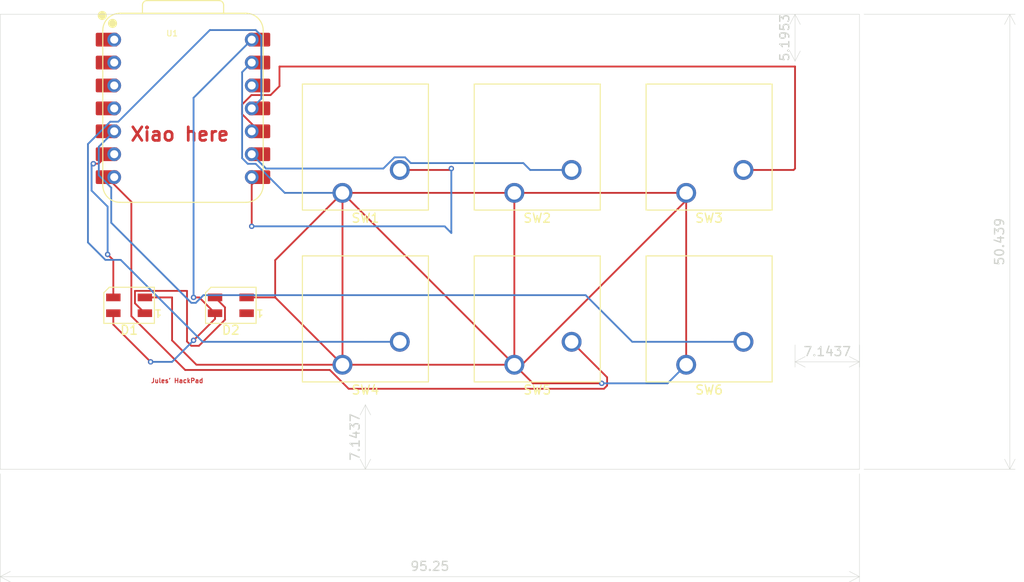
<source format=kicad_pcb>
(kicad_pcb (version 20241229) (generator "pcbnew") (generator_version "9.0")
  (layers (0 "F.Cu" signal) (2 "B.Cu" signal) (13 "F.Paste" user) (15 "B.Paste" user) (5 "F.SilkS" user "F.Silkscreen") (7 "B.SilkS" user "B.Silkscreen") (1 "F.Mask" user) (3 "B.Mask" user) (25 "Edge.Cuts" user))
  (net 0 "")
  (net 1 "Net-(D1-DOUT)")
  (net 2 "Net-(D1-DIN)")
  (net 3 "+5V")
  (net 4 "GND")
  (net 6 "Net-(U1-GPIO1{slash}RX)")
  (net 7 "Net-(U1-GPIO2{slash}SCK)")
  (net 8 "Net-(U1-GPIO4{slash}MISO)")
  (net 9 "Net-(U1-GPIO3{slash}MOSI)")
  (net 10 "Net-(U1-GPIO0{slash}TX)")
  (net 11 "Net-(U1-GPIO6{slash}SDA)")
  (footprint "LED_SMD:LED_SK6812MINI_PLCC4_3.5x3.5mm_P1.75mm" (layer "F.Cu") (at 57.15 98.50625 180)
    (property "Reference" "D1" (at 0 -2.75 0) (layer "F.SilkS"))
    (property "Value" "SK6812MINI")
    (fp_line (start 2.8 1.4) (end 2.8 -2) (stroke (width 0.12)) (layer "F.SilkS"))
    (fp_line (start 2.8 1.4) (end 2.2 2) (stroke (width 0.12)) (layer "F.SilkS"))
    (fp_line (start -2.8 2) (end 2.2 2) (stroke (width 0.12)) (layer "F.SilkS"))
    (fp_line (start -2.8 -2) (end 2.8 -2) (stroke (width 0.12)) (layer "F.SilkS"))
    (fp_line (start -2.8 -2) (end -2.8 2) (stroke (width 0.12)) (layer "F.SilkS"))
    (fp_text user "1" (at -3.2 -0.875 180) (layer "F.SilkS") (effects (font (size 0.8 0.8))))
    (pad "1" smd rect (at -1.75 -0.875 180) (size 1.6 0.85) (layers "F.Cu" "F.Mask" "F.Paste") (net 1 "Net-(D1-DOUT)"))
    (pad "2" smd rect (at -1.75 0.875 180) (size 1.6 0.85) (layers "F.Cu" "F.Mask" "F.Paste") (net 4 "GND"))
    (pad "3" smd rect (at 1.75 0.875 180) (size 1.6 0.85) (layers "F.Cu" "F.Mask" "F.Paste") (net 2 "Net-(D1-DIN)"))
    (pad "4" smd rect (at 1.75 -0.875 180) (size 1.6 0.85) (layers "F.Cu" "F.Mask" "F.Paste") (net 3 "+5V"))
  )
  (footprint "OPL:XIAO-RP2040-DIP" (layer "F.Cu") (at 63.121339 76.67625)
    (property "Reference" "U1" (at -1.2075 -8.31125 0) (layer "F.SilkS") (effects (font (size 0.635 0.635) (thickness 0.1016))))
    (property "Value" "XIAO-RP2040-DIP")
    (fp_line (start -8.89 8.509) (end -8.89 -8.636) (stroke (width 0.127)) (layer "F.SilkS"))
    (fp_line (start -6.985 10.414) (end 6.985 10.414) (stroke (width 0.127)) (layer "F.SilkS"))
    (fp_line (start -4.495 -10.541) (end -4.491272 -11.451272) (stroke (width 0.127)) (layer "F.SilkS"))
    (fp_line (start -3.991272 -11.951) (end 4.004 -11.951) (stroke (width 0.127)) (layer "F.SilkS"))
    (fp_line (start 4.504 -11.451) (end 4.504 -10.541) (stroke (width 0.127)) (layer "F.SilkS"))
    (fp_line (start 6.985 -10.541) (end -6.985 -10.541) (stroke (width 0.1)) (layer "F.SilkS"))
    (fp_line (start 6.985 -10.541) (end -6.985 -10.541) (stroke (width 0.127)) (layer "F.SilkS"))
    (fp_line (start 8.89 8.509) (end 8.89 -8.636) (stroke (width 0.127)) (layer "F.SilkS"))
    (fp_arc (start -8.89 -8.636) (mid -8.332038 -9.983038) (end -6.985 -10.541) (stroke (width 0.127)) (layer "F.SilkS"))
    (fp_arc (start -6.985 10.414) (mid -8.332038 9.856038) (end -8.89 8.509) (stroke (width 0.127)) (layer "F.SilkS"))
    (fp_arc (start -4.491272 -11.451272) (mid -4.344728 -11.80464) (end -3.991272 -11.951) (stroke (width 0.127)) (layer "F.SilkS"))
    (fp_arc (start 4.004 -11.951) (mid 4.357553 -11.804553) (end 4.504 -11.451) (stroke (width 0.127)) (layer "F.SilkS"))
    (fp_arc (start 6.985 -10.541) (mid 8.332038 -9.983038) (end 8.89 -8.636) (stroke (width 0.127)) (layer "F.SilkS"))
    (fp_arc (start 8.89 8.509) (mid 8.332038 9.856038) (end 6.985 10.414) (stroke (width 0.127)) (layer "F.SilkS"))
    (fp_circle (center -8.95 -10.3) (end -8.95 -10.554) (stroke (width 0.5)) (fill yes) (layer "F.SilkS"))
    (fp_circle (center -7.807 -9.42) (end -7.807 -9.674) (stroke (width 0.5)) (fill yes) (layer "F.SilkS"))
    (pad "1" smd roundrect (at -8.455 -7.62 180) (size 2.432 1.524) (layers "F.Cu" "F.Mask") (roundrect_rratio 0.1))
    (pad "1" thru_hole circle (at -7.62 -7.62 180) (size 1.524 1.524) (drill 0.889) (layers "*.Cu" "*.Mask"))
    (pad "2" smd roundrect (at -8.455 -5.08 180) (size 2.432 1.524) (layers "F.Cu" "F.Mask") (roundrect_rratio 0.1))
    (pad "2" thru_hole circle (at -7.62 -5.08 180) (size 1.524 1.524) (drill 0.889) (layers "*.Cu" "*.Mask"))
    (pad "3" smd roundrect (at -8.455 -2.54 180) (size 2.432 1.524) (layers "F.Cu" "F.Mask") (roundrect_rratio 0.1))
    (pad "3" thru_hole circle (at -7.62 -2.54 180) (size 1.524 1.524) (drill 0.889) (layers "*.Cu" "*.Mask"))
    (pad "4" smd roundrect (at -8.455 0 180) (size 2.432 1.524) (layers "F.Cu" "F.Mask") (roundrect_rratio 0.1))
    (pad "4" thru_hole circle (at -7.62 0 180) (size 1.524 1.524) (drill 0.889) (layers "*.Cu" "*.Mask"))
    (pad "5" smd roundrect (at -8.455 2.54 180) (size 2.432 1.524) (layers "F.Cu" "F.Mask") (roundrect_rratio 0.1) (net 11 "Net-(U1-GPIO6{slash}SDA)"))
    (pad "5" thru_hole circle (at -7.62 2.54 180) (size 1.524 1.524) (drill 0.889) (layers "*.Cu" "*.Mask") (net 11 "Net-(U1-GPIO6{slash}SDA)"))
    (pad "6" smd roundrect (at -8.455 5.08 180) (size 2.432 1.524) (layers "F.Cu" "F.Mask") (roundrect_rratio 0.1) (net 2 "Net-(D1-DIN)"))
    (pad "6" thru_hole circle (at -7.62 5.08 180) (size 1.524 1.524) (drill 0.889) (layers "*.Cu" "*.Mask") (net 2 "Net-(D1-DIN)"))
    (pad "7" smd roundrect (at -8.455 7.62 180) (size 2.432 1.524) (layers "F.Cu" "F.Mask") (roundrect_rratio 0.1) (net 10 "Net-(U1-GPIO0{slash}TX)"))
    (pad "7" thru_hole circle (at -7.62 7.62 180) (size 1.524 1.524) (drill 0.889) (layers "*.Cu" "*.Mask") (net 10 "Net-(U1-GPIO0{slash}TX)"))
    (pad "8" thru_hole circle (at 7.62 7.62) (size 1.524 1.524) (drill 0.889) (layers "*.Cu" "*.Mask") (net 6 "Net-(U1-GPIO1{slash}RX)"))
    (pad "8" smd roundrect (at 8.455 7.62) (size 2.432 1.524) (layers "F.Cu" "F.Mask") (roundrect_rratio 0.1) (net 6 "Net-(U1-GPIO1{slash}RX)"))
    (pad "9" thru_hole circle (at 7.62 5.08) (size 1.524 1.524) (drill 0.889) (layers "*.Cu" "*.Mask") (net 7 "Net-(U1-GPIO2{slash}SCK)"))
    (pad "9" smd roundrect (at 8.455 5.08) (size 2.432 1.524) (layers "F.Cu" "F.Mask") (roundrect_rratio 0.1) (net 7 "Net-(U1-GPIO2{slash}SCK)"))
    (pad "10" thru_hole circle (at 7.62 2.54) (size 1.524 1.524) (drill 0.889) (layers "*.Cu" "*.Mask") (net 8 "Net-(U1-GPIO4{slash}MISO)"))
    (pad "10" smd roundrect (at 8.455 2.54) (size 2.432 1.524) (layers "F.Cu" "F.Mask") (roundrect_rratio 0.1) (net 8 "Net-(U1-GPIO4{slash}MISO)"))
    (pad "11" thru_hole circle (at 7.62 0) (size 1.524 1.524) (drill 0.889) (layers "*.Cu" "*.Mask") (net 9 "Net-(U1-GPIO3{slash}MOSI)"))
    (pad "11" smd roundrect (at 8.455 0) (size 2.432 1.524) (layers "F.Cu" "F.Mask") (roundrect_rratio 0.1) (net 9 "Net-(U1-GPIO3{slash}MOSI)"))
    (pad "12" thru_hole circle (at 7.62 -2.54) (size 1.524 1.524) (drill 0.889) (layers "*.Cu" "*.Mask"))
    (pad "12" smd roundrect (at 8.455 -2.54) (size 2.432 1.524) (layers "F.Cu" "F.Mask") (roundrect_rratio 0.1))
    (pad "13" thru_hole circle (at 7.62 -5.08) (size 1.524 1.524) (drill 0.889) (layers "*.Cu" "*.Mask") (net 4 "GND"))
    (pad "13" smd roundrect (at 8.455 -5.08) (size 2.432 1.524) (layers "F.Cu" "F.Mask") (roundrect_rratio 0.1) (net 4 "GND"))
    (pad "14" thru_hole circle (at 7.62 -7.62) (size 1.524 1.524) (drill 0.889) (layers "*.Cu" "*.Mask") (net 3 "+5V"))
    (pad "14" smd roundrect (at 8.455 -7.62) (size 2.432 1.524) (layers "F.Cu" "F.Mask") (roundrect_rratio 0.1) (net 3 "+5V"))
  )
  (footprint "Button_Switch_Keyboard:SW_Cherry_MX_1.00u_PCB" (layer "F.Cu") (at 118.90375 105.0925 180)
    (property "Reference" "SW6" (at -2.54 -2.794 0) (layer "F.SilkS"))
    (property "Value" "SW_Push")
    (fp_line (start 4.445 12.065) (end -9.525 12.065) (stroke (width 0.12)) (layer "F.SilkS"))
    (fp_line (start 4.445 -1.905) (end 4.445 12.065) (stroke (width 0.12)) (layer "F.SilkS"))
    (fp_line (start -9.525 12.065) (end -9.525 -1.905) (stroke (width 0.12)) (layer "F.SilkS"))
    (fp_line (start -9.525 -1.905) (end 4.445 -1.905) (stroke (width 0.12)) (layer "F.SilkS"))
    (pad "" np_thru_hole circle (at -7.62 5.08 180) (size 1.7 1.7) (drill 1.7) (layers "*.Cu" "*.Mask"))
    (pad "" np_thru_hole circle (at -2.54 5.08 180) (size 4 4) (drill 4) (layers "*.Cu" "*.Mask"))
    (pad "" np_thru_hole circle (at 2.54 5.08 180) (size 1.7 1.7) (drill 1.7) (layers "*.Cu" "*.Mask"))
    (pad "1" thru_hole circle (at 0 0 180) (size 2.2 2.2) (drill 1.5) (layers "*.Cu" "*.Mask") (net 4 "GND"))
    (pad "2" thru_hole circle (at -6.35 2.54 180) (size 2.2 2.2) (drill 1.5) (layers "*.Cu" "*.Mask") (net 11 "Net-(U1-GPIO6{slash}SDA)"))
  )
  (footprint "Button_Switch_Keyboard:SW_Cherry_MX_1.00u_PCB" (layer "F.Cu") (at 118.90375 86.0425 180)
    (property "Reference" "SW3" (at -2.54 -2.794 0) (layer "F.SilkS"))
    (property "Value" "SW_Push")
    (fp_line (start 4.445 12.065) (end -9.525 12.065) (stroke (width 0.12)) (layer "F.SilkS"))
    (fp_line (start 4.445 -1.905) (end 4.445 12.065) (stroke (width 0.12)) (layer "F.SilkS"))
    (fp_line (start -9.525 12.065) (end -9.525 -1.905) (stroke (width 0.12)) (layer "F.SilkS"))
    (fp_line (start -9.525 -1.905) (end 4.445 -1.905) (stroke (width 0.12)) (layer "F.SilkS"))
    (pad "" np_thru_hole circle (at -7.62 5.08 180) (size 1.7 1.7) (drill 1.7) (layers "*.Cu" "*.Mask"))
    (pad "" np_thru_hole circle (at -2.54 5.08 180) (size 4 4) (drill 4) (layers "*.Cu" "*.Mask"))
    (pad "" np_thru_hole circle (at 2.54 5.08 180) (size 1.7 1.7) (drill 1.7) (layers "*.Cu" "*.Mask"))
    (pad "1" thru_hole circle (at 0 0 180) (size 2.2 2.2) (drill 1.5) (layers "*.Cu" "*.Mask") (net 4 "GND"))
    (pad "2" thru_hole circle (at -6.35 2.54 180) (size 2.2 2.2) (drill 1.5) (layers "*.Cu" "*.Mask") (net 8 "Net-(U1-GPIO4{slash}MISO)"))
  )
  (footprint "Button_Switch_Keyboard:SW_Cherry_MX_1.00u_PCB" (layer "F.Cu") (at 99.85375 86.0425 180)
    (property "Reference" "SW2" (at -2.54 -2.794 0) (layer "F.SilkS"))
    (property "Value" "SW_Push")
    (fp_line (start 4.445 12.065) (end -9.525 12.065) (stroke (width 0.12)) (layer "F.SilkS"))
    (fp_line (start 4.445 -1.905) (end 4.445 12.065) (stroke (width 0.12)) (layer "F.SilkS"))
    (fp_line (start -9.525 12.065) (end -9.525 -1.905) (stroke (width 0.12)) (layer "F.SilkS"))
    (fp_line (start -9.525 -1.905) (end 4.445 -1.905) (stroke (width 0.12)) (layer "F.SilkS"))
    (pad "" np_thru_hole circle (at -7.62 5.08 180) (size 1.7 1.7) (drill 1.7) (layers "*.Cu" "*.Mask"))
    (pad "" np_thru_hole circle (at -2.54 5.08 180) (size 4 4) (drill 4) (layers "*.Cu" "*.Mask"))
    (pad "" np_thru_hole circle (at 2.54 5.08 180) (size 1.7 1.7) (drill 1.7) (layers "*.Cu" "*.Mask"))
    (pad "1" thru_hole circle (at 0 0 180) (size 2.2 2.2) (drill 1.5) (layers "*.Cu" "*.Mask") (net 4 "GND"))
    (pad "2" thru_hole circle (at -6.35 2.54 180) (size 2.2 2.2) (drill 1.5) (layers "*.Cu" "*.Mask") (net 7 "Net-(U1-GPIO2{slash}SCK)"))
  )
  (footprint "Button_Switch_Keyboard:SW_Cherry_MX_1.00u_PCB" (layer "F.Cu") (at 80.80375 105.0925 180)
    (property "Reference" "SW4" (at -2.54 -2.794 0) (layer "F.SilkS"))
    (property "Value" "SW_Push")
    (fp_line (start 4.445 12.065) (end -9.525 12.065) (stroke (width 0.12)) (layer "F.SilkS"))
    (fp_line (start 4.445 -1.905) (end 4.445 12.065) (stroke (width 0.12)) (layer "F.SilkS"))
    (fp_line (start -9.525 12.065) (end -9.525 -1.905) (stroke (width 0.12)) (layer "F.SilkS"))
    (fp_line (start -9.525 -1.905) (end 4.445 -1.905) (stroke (width 0.12)) (layer "F.SilkS"))
    (pad "" np_thru_hole circle (at -7.62 5.08 180) (size 1.7 1.7) (drill 1.7) (layers "*.Cu" "*.Mask"))
    (pad "" np_thru_hole circle (at -2.54 5.08 180) (size 4 4) (drill 4) (layers "*.Cu" "*.Mask"))
    (pad "" np_thru_hole circle (at 2.54 5.08 180) (size 1.7 1.7) (drill 1.7) (layers "*.Cu" "*.Mask"))
    (pad "1" thru_hole circle (at 0 0 180) (size 2.2 2.2) (drill 1.5) (layers "*.Cu" "*.Mask") (net 4 "GND"))
    (pad "2" thru_hole circle (at -6.35 2.54 180) (size 2.2 2.2) (drill 1.5) (layers "*.Cu" "*.Mask") (net 9 "Net-(U1-GPIO3{slash}MOSI)"))
  )
  (footprint "Button_Switch_Keyboard:SW_Cherry_MX_1.00u_PCB" (layer "F.Cu") (at 80.80375 86.0425 180)
    (property "Reference" "SW1" (at -2.54 -2.794 0) (layer "F.SilkS"))
    (property "Value" "SW_Push")
    (fp_line (start 4.445 12.065) (end -9.525 12.065) (stroke (width 0.12)) (layer "F.SilkS"))
    (fp_line (start 4.445 -1.905) (end 4.445 12.065) (stroke (width 0.12)) (layer "F.SilkS"))
    (fp_line (start -9.525 12.065) (end -9.525 -1.905) (stroke (width 0.12)) (layer "F.SilkS"))
    (fp_line (start -9.525 -1.905) (end 4.445 -1.905) (stroke (width 0.12)) (layer "F.SilkS"))
    (pad "" np_thru_hole circle (at -7.62 5.08 180) (size 1.7 1.7) (drill 1.7) (layers "*.Cu" "*.Mask"))
    (pad "" np_thru_hole circle (at -2.54 5.08 180) (size 4 4) (drill 4) (layers "*.Cu" "*.Mask"))
    (pad "" np_thru_hole circle (at 2.54 5.08 180) (size 1.7 1.7) (drill 1.7) (layers "*.Cu" "*.Mask"))
    (pad "1" thru_hole circle (at 0 0 180) (size 2.2 2.2) (drill 1.5) (layers "*.Cu" "*.Mask") (net 4 "GND"))
    (pad "2" thru_hole circle (at -6.35 2.54 180) (size 2.2 2.2) (drill 1.5) (layers "*.Cu" "*.Mask") (net 6 "Net-(U1-GPIO1{slash}RX)"))
  )
  (footprint "LED_SMD:LED_SK6812MINI_PLCC4_3.5x3.5mm_P1.75mm" (layer "F.Cu") (at 68.425 98.50625 180)
    (property "Reference" "D2" (at 0 -2.75 0) (layer "F.SilkS"))
    (property "Value" "SK6812MINI")
    (fp_line (start 2.8 1.4) (end 2.8 -2) (stroke (width 0.12)) (layer "F.SilkS"))
    (fp_line (start 2.8 1.4) (end 2.2 2) (stroke (width 0.12)) (layer "F.SilkS"))
    (fp_line (start -2.8 2) (end 2.2 2) (stroke (width 0.12)) (layer "F.SilkS"))
    (fp_line (start -2.8 -2) (end 2.8 -2) (stroke (width 0.12)) (layer "F.SilkS"))
    (fp_line (start -2.8 -2) (end -2.8 2) (stroke (width 0.12)) (layer "F.SilkS"))
    (fp_text user "1" (at -3.2 -0.875 180) (layer "F.SilkS") (effects (font (size 0.8 0.8))))
    (pad "1" smd rect (at -1.75 -0.875 180) (size 1.6 0.85) (layers "F.Cu" "F.Mask" "F.Paste"))
    (pad "2" smd rect (at -1.75 0.875 180) (size 1.6 0.85) (layers "F.Cu" "F.Mask" "F.Paste") (net 4 "GND"))
    (pad "3" smd rect (at 1.75 0.875 180) (size 1.6 0.85) (layers "F.Cu" "F.Mask" "F.Paste") (net 1 "Net-(D1-DOUT)"))
    (pad "4" smd rect (at 1.75 -0.875 180) (size 1.6 0.85) (layers "F.Cu" "F.Mask" "F.Paste") (net 3 "+5V"))
  )
  (footprint "Button_Switch_Keyboard:SW_Cherry_MX_1.00u_PCB" (layer "F.Cu") (at 99.85375 105.0925 180)
    (property "Reference" "SW5" (at -2.54 -2.794 0) (layer "F.SilkS"))
    (property "Value" "SW_Push")
    (fp_line (start 4.445 12.065) (end -9.525 12.065) (stroke (width 0.12)) (layer "F.SilkS"))
    (fp_line (start 4.445 -1.905) (end 4.445 12.065) (stroke (width 0.12)) (layer "F.SilkS"))
    (fp_line (start -9.525 12.065) (end -9.525 -1.905) (stroke (width 0.12)) (layer "F.SilkS"))
    (fp_line (start -9.525 -1.905) (end 4.445 -1.905) (stroke (width 0.12)) (layer "F.SilkS"))
    (pad "" np_thru_hole circle (at -7.62 5.08 180) (size 1.7 1.7) (drill 1.7) (layers "*.Cu" "*.Mask"))
    (pad "" np_thru_hole circle (at -2.54 5.08 180) (size 4 4) (drill 4) (layers "*.Cu" "*.Mask"))
    (pad "" np_thru_hole circle (at 2.54 5.08 180) (size 1.7 1.7) (drill 1.7) (layers "*.Cu" "*.Mask"))
    (pad "1" thru_hole circle (at 0 0 180) (size 2.2 2.2) (drill 1.5) (layers "*.Cu" "*.Mask") (net 4 "GND"))
    (pad "2" thru_hole circle (at -6.35 2.54 180) (size 2.2 2.2) (drill 1.5) (layers "*.Cu" "*.Mask") (net 10 "Net-(U1-GPIO0{slash}TX)"))
  )
  (gr_rect (start 42.8625 66.242231) (end 138.1125 116.68125) (stroke (width 0.05)) (fill no) (layer "Edge.Cuts"))
  (gr_text "Jules' HackPad" (at 59.53125 107.15625 0) (layer "F.Cu") (effects (font (size 0.5 0.5) (thickness 0.1) (bold yes)) (justify left bottom)))
  (gr_text "Xiao here" (at 57.15 80.423656 0) (layer "F.Cu") (effects (font (size 1.5 1.5) (thickness 0.3) (bold yes)) (justify left bottom)))
  (dimension (type orthogonal) (layer "Edge.Cuts") (pts (xy 130.96875 71.4375) (xy 130.96875 66.242231)) (height 0) (orientation 1) (format (prefix "") (suffix "") (units 3) (units_format 0) (precision 4) (suppress_zeroes yes)) (style (thickness 0.05) (arrow_length 1.27) (text_position_mode 0) (arrow_direction outward) (extension_height 0.58642) (extension_offset 0.5) (keep_text_aligned yes)) (gr_text "5.1953" (at 129.81875 68.839865 90) (layer "Edge.Cuts") (effects (font (size 1 1) (thickness 0.15)))))
  (dimension (type orthogonal) (layer "Edge.Cuts") (pts (xy 130.96875 102.39375) (xy 138.1125 102.39375)) (height 2.38125) (orientation 0) (format (prefix "") (suffix "") (units 3) (units_format 0) (precision 4) (suppress_zeroes yes)) (style (thickness 0.05) (arrow_length 1.27) (text_position_mode 0) (arrow_direction outward) (extension_height 0.58642) (extension_offset 0.5) (keep_text_aligned yes)) (gr_text "7.1437" (at 134.540625 103.625 0) (layer "Edge.Cuts") (effects (font (size 1 1) (thickness 0.15)))))
  (dimension (type orthogonal) (layer "Edge.Cuts") (pts (xy 42.8625 116.68125) (xy 138.1125 116.68125)) (height 11.90625) (orientation 0) (format (prefix "") (suffix "") (units 3) (units_format 0) (precision 4) (suppress_zeroes yes)) (style (thickness 0.05) (arrow_length 1.27) (text_position_mode 0) (arrow_direction outward) (extension_height 0.58642) (extension_offset 0.5) (keep_text_aligned yes)) (gr_text "95.25" (at 90.4875 127.4375 0) (layer "Edge.Cuts") (effects (font (size 1 1) (thickness 0.15)))))
  (dimension (type orthogonal) (layer "Edge.Cuts") (pts (xy 138.1125 66.242231) (xy 138.1125 116.68125)) (height 16.66875) (orientation 1) (format (prefix "") (suffix "") (units 3) (units_format 0) (precision 4) (suppress_zeroes yes)) (style (thickness 0.05) (arrow_length 1.27) (text_position_mode 0) (arrow_direction outward) (extension_height 0.58642) (extension_offset 0.5) (keep_text_aligned yes)) (gr_text "50.439" (at 153.63125 91.461741 90) (layer "Edge.Cuts") (effects (font (size 1 1) (thickness 0.15)))))
  (dimension (type orthogonal) (layer "Edge.Cuts") (pts (xy 83.34375 109.5375) (xy 83.34375 116.68125)) (height 0) (orientation 1) (format (prefix "") (suffix "") (units 3) (units_format 0) (precision 4) (suppress_zeroes yes)) (style (thickness 0.05) (arrow_length 1.27) (text_position_mode 0) (arrow_direction outward) (extension_height 0.58642) (extension_offset 0.5) (keep_text_aligned yes)) (gr_text "7.1437" (at 82.19375 113.109375 90) (layer "Edge.Cuts") (effects (font (size 1 1) (thickness 0.15)))))
  (segment (start 64.8885 102.99475) (end 67.776 100.10725) (width 0.2) (layer "F.Cu") (net 1))
  (segment (start 63.56775 102.517693) (end 64.044807 102.99475) (width 0.2) (layer "F.Cu") (net 1))
  (segment (start 58.9 99.38125) (end 57.799 98.28025) (width 0.2) (layer "F.Cu") (net 1))
  (segment (start 67.776 100.10725) (end 67.776 98.73225) (width 0.2) (layer "F.Cu") (net 1))
  (segment (start 57.799 98.28025) (end 57.799 96.90525) (width 0.2) (layer "F.Cu") (net 1))
  (segment (start 57.799 96.90525) (end 63.56775 96.90525) (width 0.2) (layer "F.Cu") (net 1))
  (segment (start 67.776 98.73225) (end 66.675 97.63125) (width 0.2) (layer "F.Cu") (net 1))
  (segment (start 63.56775 96.90525) (end 63.56775 102.517693) (width 0.2) (layer "F.Cu") (net 1))
  (segment (start 64.044807 102.99475) (end 64.8885 102.99475) (width 0.2) (layer "F.Cu") (net 1))
  (segment (start 53.1875 82.804906) (end 53.76875 82.804906) (width 0.2) (layer "F.Cu") (net 2))
  (segment (start 55.4 97.63125) (end 55.4 93.5) (width 0.2) (layer "F.Cu") (net 2))
  (segment (start 53.76875 82.804906) (end 54.665 81.908656) (width 0.2) (layer "F.Cu") (net 2))
  (segment (start 55.4 93.5) (end 54.76875 92.86875) (width 0.2) (layer "F.Cu") (net 2))
  (via (at 54.76875 92.86875) (size 0.6) (drill 0.3) (layers "F.Cu" "B.Cu") (net 2))
  (via (at 53.1875 82.804906) (size 0.6) (drill 0.3) (layers "F.Cu" "B.Cu") (net 2))
  (segment (start 54.76875 92.86875) (end 54.76875 87.567406) (width 0.2) (layer "B.Cu") (net 2))
  (segment (start 52.9885 85.787156) (end 52.9885 82.804906) (width 0.2) (layer "B.Cu") (net 2))
  (segment (start 54.76875 87.567406) (end 52.9885 85.787156) (width 0.2) (layer "B.Cu") (net 2))
  (segment (start 52.9885 82.804906) (end 53.1875 82.804906) (width 0.2) (layer "B.Cu") (net 2))
  (segment (start 55.4 100.64375) (end 59.53125 104.775) (width 0.2) (layer "F.Cu") (net 3))
  (segment (start 64.925 97.63125) (end 66.675 99.38125) (width 0.2) (layer "F.Cu") (net 3))
  (segment (start 64.29375 97.63125) (end 64.925 97.63125) (width 0.2) (layer "F.Cu") (net 3))
  (segment (start 66.675 100.0125) (end 66.675 99.38125) (width 0.2) (layer "F.Cu") (net 3))
  (segment (start 55.4 99.38125) (end 55.4 100.64375) (width 0.2) (layer "F.Cu") (net 3))
  (segment (start 64.29375 102.39375) (end 66.675 100.0125) (width 0.2) (layer "F.Cu") (net 3))
  (via (at 64.29375 97.63125) (size 0.6) (drill 0.3) (layers "F.Cu" "B.Cu") (net 3))
  (via (at 59.53125 104.775) (size 0.6) (drill 0.3) (layers "F.Cu" "B.Cu") (net 3))
  (via (at 64.29375 102.39375) (size 0.6) (drill 0.3) (layers "F.Cu" "B.Cu") (net 3))
  (segment (start 59.53125 104.775) (end 61.9125 104.775) (width 0.2) (layer "B.Cu") (net 3))
  (segment (start 64.29375 75.503839) (end 64.29375 97.63125) (width 0.2) (layer "B.Cu") (net 3))
  (segment (start 70.741339 69.05625) (end 64.29375 75.503839) (width 0.2) (layer "B.Cu") (net 3))
  (segment (start 61.9125 104.775) (end 64.29375 102.39375) (width 0.2) (layer "B.Cu") (net 3))
  (segment (start 99.53625 104.775) (end 80.80375 86.0425) (width 0.2) (layer "F.Cu") (net 4))
  (segment (start 99.85375 104.93375) (end 100.0125 104.775) (width 0.2) (layer "F.Cu") (net 4))
  (segment (start 80.80375 105.0925) (end 64.61125 105.0925) (width 0.2) (layer "F.Cu") (net 4))
  (segment (start 100.69528 105.0925) (end 118.90375 86.88403) (width 0.2) (layer "F.Cu") (net 4))
  (segment (start 80.80375 105.0925) (end 80.80375 86.0425) (width 0.2) (layer "F.Cu") (net 4))
  (segment (start 64.61125 105.0925) (end 61.9125 102.39375) (width 0.2) (layer "F.Cu") (net 4))
  (segment (start 100.0125 104.775) (end 99.53625 104.775) (width 0.2) (layer "F.Cu") (net 4))
  (segment (start 80.80375 105.0925) (end 99.85375 105.0925) (width 0.2) (layer "F.Cu") (net 4))
  (segment (start 80.80375 105.0925) (end 73.3425 97.63125) (width 0.2) (layer "F.Cu") (net 4))
  (segment (start 101.9175 107.15625) (end 109.5375 107.15625) (width 0.2) (layer "F.Cu") (net 4))
  (segment (start 61.9125 102.39375) (end 61.9125 97.63125) (width 0.2) (layer "F.Cu") (net 4))
  (segment (start 118.90375 105.0925) (end 118.90375 86.0425) (width 0.2) (layer "F.Cu") (net 4))
  (segment (start 73.3425 97.63125) (end 70.175 97.63125) (width 0.2) (layer "F.Cu") (net 4))
  (segment (start 99.85375 86.0425) (end 80.80375 86.0425) (width 0.2) (layer "F.Cu") (net 4))
  (segment (start 99.85375 105.0925) (end 101.9175 107.15625) (width 0.2) (layer "F.Cu") (net 4))
  (segment (start 99.85375 105.0925) (end 99.85375 104.93375) (width 0.2) (layer "F.Cu") (net 4))
  (segment (start 99.85375 105.0925) (end 100.69528 105.0925) (width 0.2) (layer "F.Cu") (net 4))
  (segment (start 118.90375 86.0425) (end 99.85375 86.0425) (width 0.2) (layer "F.Cu") (net 4))
  (segment (start 61.9125 97.63125) (end 58.9 97.63125) (width 0.2) (layer "F.Cu") (net 4))
  (segment (start 73.3425 97.63125) (end 73.3425 93.50375) (width 0.2) (layer "F.Cu") (net 4))
  (segment (start 118.90375 86.88403) (end 118.90375 86.0425) (width 0.2) (layer "F.Cu") (net 4))
  (segment (start 73.3425 93.50375) (end 80.80375 86.0425) (width 0.2) (layer "F.Cu") (net 4))
  (segment (start 99.85375 105.0925) (end 99.85375 86.0425) (width 0.2) (layer "F.Cu") (net 4))
  (via (at 109.5375 107.15625) (size 0.6) (drill 0.3) (layers "F.Cu" "B.Cu") (net 4))
  (segment (start 70.301029 82.81925) (end 71.181649 82.81925) (width 0.2) (layer "B.Cu") (net 4))
  (segment (start 70.741339 71.59625) (end 69.678339 72.65925) (width 0.2) (layer "B.Cu") (net 4))
  (segment (start 69.678339 72.65925) (end 69.678339 82.19656) (width 0.2) (layer "B.Cu") (net 4))
  (segment (start 74.404899 86.0425) (end 80.80375 86.0425) (width 0.2) (layer "B.Cu") (net 4))
  (segment (start 71.181649 82.81925) (end 74.404899 86.0425) (width 0.2) (layer "B.Cu") (net 4))
  (segment (start 116.84 107.15625) (end 118.90375 105.0925) (width 0.2) (layer "B.Cu") (net 4))
  (segment (start 69.678339 82.19656) (end 70.301029 82.81925) (width 0.2) (layer "B.Cu") (net 4))
  (segment (start 109.5375 107.15625) (end 116.84 107.15625) (width 0.2) (layer "B.Cu") (net 4))
  (segment (start 87.15375 83.5025) (end 92.71 83.5025) (width 0.2) (layer "F.Cu") (net 6))
  (segment (start 92.71 83.5025) (end 92.86875 83.34375) (width 0.2) (layer "F.Cu") (net 6))
  (segment (start 70.74 85.132589) (end 70.74 89.75) (width 0.2) (layer "F.Cu") (net 6))
  (segment (start 71.576339 84.29625) (end 70.74 85.132589) (width 0.2) (layer "F.Cu") (net 6))
  (via (at 70.74 89.75) (size 0.6) (drill 0.3) (layers "F.Cu" "B.Cu") (net 6))
  (via (at 92.86875 83.34375) (size 0.6) (drill 0.3) (layers "F.Cu" "B.Cu") (net 6))
  (segment (start 92.86875 83.34375) (end 92.86875 90.4875) (width 0.2) (layer "B.Cu") (net 6))
  (segment (start 92.13125 89.75) (end 70.74 89.75) (width 0.2) (layer "B.Cu") (net 6))
  (segment (start 92.86875 90.4875) (end 92.13125 89.75) (width 0.2) (layer "B.Cu") (net 6))
  (segment (start 70.741339 81.75625) (end 72.328839 83.34375) (width 0.2) (layer "B.Cu") (net 7))
  (segment (start 100.849184 82.74275) (end 101.608934 83.5025) (width 0.2) (layer "B.Cu") (net 7))
  (segment (start 87.734064 82.1015) (end 88.375314 82.74275) (width 0.2) (layer "B.Cu") (net 7))
  (segment (start 85.331186 83.34375) (end 86.573436 82.1015) (width 0.2) (layer "B.Cu") (net 7))
  (segment (start 101.608934 83.5025) (end 106.20375 83.5025) (width 0.2) (layer "B.Cu") (net 7))
  (segment (start 88.375314 82.74275) (end 100.849184 82.74275) (width 0.2) (layer "B.Cu") (net 7))
  (segment (start 86.573436 82.1015) (end 87.734064 82.1015) (width 0.2) (layer "B.Cu") (net 7))
  (segment (start 72.328839 83.34375) (end 85.331186 83.34375) (width 0.2) (layer "B.Cu") (net 7))
  (segment (start 69.678339 77.31825) (end 69.678339 76.23594) (width 0.2) (layer "F.Cu") (net 8))
  (segment (start 73.81875 74.212465) (end 73.81875 72.0385) (width 0.2) (layer "F.Cu") (net 8))
  (segment (start 125.25375 83.5025) (end 130.81 83.5025) (width 0.2) (layer "F.Cu") (net 8))
  (segment (start 72.831965 75.19925) (end 73.81875 74.212465) (width 0.2) (layer "F.Cu") (net 8))
  (segment (start 130.96875 72.0385) (end 73.81875 72.0385) (width 0.2) (layer "F.Cu") (net 8))
  (segment (start 71.576339 79.21625) (end 69.678339 77.31825) (width 0.2) (layer "F.Cu") (net 8))
  (segment (start 130.96875 83.34375) (end 130.96875 72.0385) (width 0.2) (layer "F.Cu") (net 8))
  (segment (start 69.678339 76.23594) (end 70.715029 75.19925) (width 0.2) (layer "F.Cu") (net 8))
  (segment (start 130.81 83.5025) (end 130.96875 83.34375) (width 0.2) (layer "F.Cu") (net 8))
  (segment (start 70.715029 75.19925) (end 72.831965 75.19925) (width 0.2) (layer "F.Cu") (net 8))
  (segment (start 66.101649 67.99325) (end 55.941649 78.15325) (width 0.2) (layer "B.Cu") (net 9))
  (segment (start 52.5875 80.626779) (end 52.5875 91.537443) (width 0.2) (layer "B.Cu") (net 9))
  (segment (start 55.941649 78.15325) (end 55.061029 78.15325) (width 0.2) (layer "B.Cu") (net 9))
  (segment (start 70.741339 76.67625) (end 71.804339 75.61325) (width 0.2) (layer "B.Cu") (net 9))
  (segment (start 52.5875 91.537443) (end 54.519807 93.46975) (width 0.2) (layer "B.Cu") (net 9))
  (segment (start 71.804339 68.61594) (end 71.181649 67.99325) (width 0.2) (layer "B.Cu") (net 9))
  (segment (start 71.181649 67.99325) (end 66.101649 67.99325) (width 0.2) (layer "B.Cu") (net 9))
  (segment (start 56.219693 93.46975) (end 65.302443 102.5525) (width 0.2) (layer "B.Cu") (net 9))
  (segment (start 65.302443 102.5525) (end 87.15375 102.5525) (width 0.2) (layer "B.Cu") (net 9))
  (segment (start 54.519807 93.46975) (end 56.219693 93.46975) (width 0.2) (layer "B.Cu") (net 9))
  (segment (start 55.061029 78.15325) (end 52.5875 80.626779) (width 0.2) (layer "B.Cu") (net 9))
  (segment (start 71.804339 75.61325) (end 71.804339 68.61594) (width 0.2) (layer "B.Cu") (net 9))
  (segment (start 110.1385 107.405193) (end 110.1385 106.48725) (width 0.2) (layer "F.Cu") (net 10))
  (segment (start 54.666339 84.29625) (end 57.398 87.027911) (width 0.2) (layer "F.Cu") (net 10))
  (segment (start 63.364564 105.672814) (end 79.40275 105.672814) (width 0.2) (layer "F.Cu") (net 10))
  (segment (start 79.40275 105.672814) (end 81.487186 107.75725) (width 0.2) (layer "F.Cu") (net 10))
  (segment (start 110.1385 106.48725) (end 106.20375 102.5525) (width 0.2) (layer "F.Cu") (net 10))
  (segment (start 109.786443 107.75725) (end 110.1385 107.405193) (width 0.2) (layer "F.Cu") (net 10))
  (segment (start 81.487186 107.75725) (end 109.786443 107.75725) (width 0.2) (layer "F.Cu") (net 10))
  (segment (start 57.398 87.027911) (end 57.398 99.70625) (width 0.2) (layer "F.Cu") (net 10))
  (segment (start 57.398 99.70625) (end 63.364564 105.672814) (width 0.2) (layer "F.Cu") (net 10))
  (segment (start 64.044807 98.23225) (end 55.16975 89.357193) (width 0.2) (layer "B.Cu") (net 11))
  (segment (start 55.16975 89.357193) (end 55.16975 85.467971) (width 0.2) (layer "B.Cu") (net 11))
  (segment (start 53.7885 80.929089) (end 55.501339 79.21625) (width 0.2) (layer "B.Cu") (net 11))
  (segment (start 55.16975 85.467971) (end 53.7885 84.086721) (width 0.2) (layer "B.Cu") (net 11))
  (segment (start 64.542693 98.23225) (end 64.044807 98.23225) (width 0.2) (layer "B.Cu") (net 11))
  (segment (start 107.75725 97.382307) (end 65.392636 97.382307) (width 0.2) (layer "B.Cu") (net 11))
  (segment (start 125.25375 102.5525) (end 112.927443 102.5525) (width 0.2) (layer "B.Cu") (net 11))
  (segment (start 53.7885 84.086721) (end 53.7885 80.929089) (width 0.2) (layer "B.Cu") (net 11))
  (segment (start 65.392636 97.382307) (end 64.542693 98.23225) (width 0.2) (layer "B.Cu") (net 11))
  (segment (start 112.927443 102.5525) (end 107.75725 97.382307) (width 0.2) (layer "B.Cu") (net 11))
)
</source>
